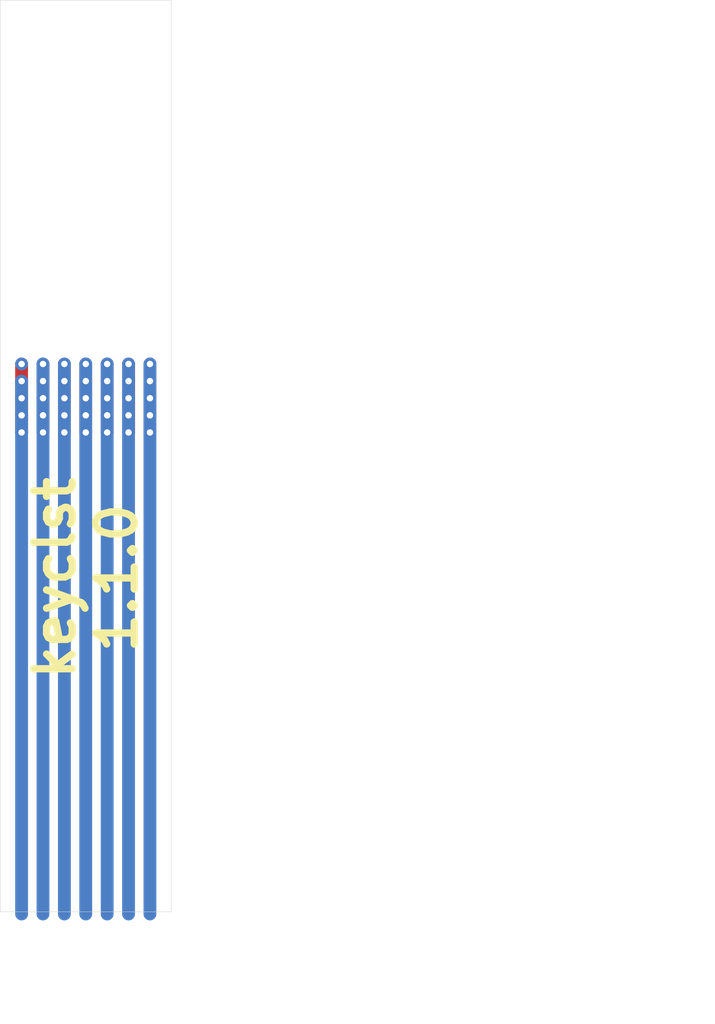
<source format=kicad_pcb>
(kicad_pcb (version 20171130) (host pcbnew 5.1.6-c6e7f7d~87~ubuntu20.04.1)

  (general
    (thickness 1.6)
    (drawings 22)
    (tracks 49)
    (zones 0)
    (modules 0)
    (nets 1)
  )

  (page A3)
  (title_block
    (title "UHK Key cluster FPC")
    (rev 1.1.0)
    (company "Ultimate Gadget Laboratories Kft.")
  )

  (layers
    (0 F.Cu signal)
    (31 B.Cu signal)
    (32 B.Adhes user)
    (33 F.Adhes user)
    (34 B.Paste user)
    (35 F.Paste user)
    (36 B.SilkS user)
    (37 F.SilkS user)
    (38 B.Mask user)
    (39 F.Mask user)
    (40 Dwgs.User user)
    (41 Cmts.User user)
    (42 Eco1.User user)
    (43 Eco2.User user)
    (44 Edge.Cuts user)
    (45 Margin user)
    (46 B.CrtYd user)
    (47 F.CrtYd user)
  )

  (setup
    (last_trace_width 0.3)
    (trace_clearance 0)
    (zone_clearance 0.508)
    (zone_45_only no)
    (trace_min 0.254)
    (via_size 0.3)
    (via_drill 0.15)
    (via_min_size 0.15)
    (via_min_drill 0.15)
    (uvia_size 0.508)
    (uvia_drill 0.127)
    (uvias_allowed no)
    (uvia_min_size 0.508)
    (uvia_min_drill 0.127)
    (edge_width 0.1)
    (segment_width 0.2)
    (pcb_text_width 0.3)
    (pcb_text_size 1.5 1.5)
    (mod_edge_width 0.15)
    (mod_text_size 1 1)
    (mod_text_width 0.15)
    (pad_size 1.5 1.89)
    (pad_drill 1.5)
    (pad_to_mask_clearance 0)
    (aux_axis_origin 0 0)
    (visible_elements FFFFE77F)
    (pcbplotparams
      (layerselection 0x011f0_ffffffff)
      (usegerberextensions false)
      (usegerberattributes false)
      (usegerberadvancedattributes false)
      (creategerberjobfile false)
      (excludeedgelayer true)
      (linewidth 0.150000)
      (plotframeref false)
      (viasonmask false)
      (mode 1)
      (useauxorigin false)
      (hpglpennumber 1)
      (hpglpenspeed 20)
      (hpglpendiameter 15.000000)
      (psnegative false)
      (psa4output false)
      (plotreference true)
      (plotvalue true)
      (plotinvisibletext false)
      (padsonsilk false)
      (subtractmaskfromsilk true)
      (outputformat 1)
      (mirror false)
      (drillshape 0)
      (scaleselection 1)
      (outputdirectory "gerbers"))
  )

  (net 0 "")

  (net_class Default "This is the default net class."
    (clearance 0)
    (trace_width 0.3)
    (via_dia 0.3)
    (via_drill 0.15)
    (uvia_dia 0.508)
    (uvia_drill 0.127)
    (diff_pair_width 0.5)
    (diff_pair_gap 0.25)
  )

  (gr_text "keyclst\n1.1.0" (at 213 122.2 90) (layer F.SilkS) (tstamp 5EEC9AAE)
    (effects (font (size 0.9 0.9) (thickness 0.17)))
  )
  (gr_text "Stiffener TOP" (at 222.63 127.51) (layer Dwgs.User) (tstamp 5EEC9A11)
    (effects (font (size 1 1) (thickness 0.15)))
  )
  (gr_text "5.00 mm" (at 222.63 119.91 90) (layer Dwgs.User) (tstamp 5EEC9A0E)
    (effects (font (size 1 1) (thickness 0.15)))
  )
  (gr_line (start 223.53 124.21) (end 223.63 124.21) (layer Dwgs.User) (width 0.15) (tstamp 5EEC99F3))
  (gr_line (start 223.43 124.11) (end 223.73 124.11) (layer Dwgs.User) (width 0.15) (tstamp 5EEC9A14))
  (gr_line (start 223.48 130.71) (end 223.68 130.71) (layer Dwgs.User) (width 0.15) (tstamp 5EEC9A17))
  (gr_line (start 223.43 130.81) (end 223.68 130.81) (layer Dwgs.User) (width 0.15) (tstamp 5EEC9A1A))
  (gr_line (start 223.78 130.91) (end 223.38 130.91) (layer Dwgs.User) (width 0.15) (tstamp 5EEC9A1D))
  (gr_line (start 223.58 130.01) (end 223.78 130.91) (layer Dwgs.User) (width 0.15) (tstamp 5EEC9A20))
  (gr_line (start 223.58 130.01) (end 223.38 130.91) (layer Dwgs.User) (width 0.15) (tstamp 5EEC9A0B))
  (gr_line (start 223.58 130.01) (end 223.58 132.56) (layer Dwgs.User) (width 0.15) (tstamp 5EEC9A08))
  (gr_line (start 223.78 123.96) (end 223.38 123.96) (layer Dwgs.User) (width 0.15) (tstamp 5EEC9A05))
  (gr_line (start 223.58 125.01) (end 223.78 123.96) (layer Dwgs.User) (width 0.15) (tstamp 5EEC9A02))
  (gr_line (start 223.58 125.01) (end 223.38 123.96) (layer Dwgs.User) (width 0.15) (tstamp 5EEC99FF))
  (gr_line (start 223.58 125.01) (end 223.58 116.31) (layer Dwgs.User) (width 0.15) (tstamp 5EEC99FC))
  (gr_line (start 215 130.01) (end 224.58 130.01) (layer Dwgs.User) (width 0.15) (tstamp 5F6DCC9C))
  (gr_line (start 215 125.01) (end 224.58 125.01) (layer Dwgs.User) (width 0.15) (tstamp 5EEC99F6))
  (gr_line (start 211 108.7) (end 211 130) (angle 90) (layer Edge.Cuts) (width 0.01))
  (gr_line (start 215 108.7) (end 215 130) (angle 90) (layer Edge.Cuts) (width 0.01) (tstamp 5F6DCC8B))
  (gr_line (start 215 130) (end 211 130) (angle 90) (layer Edge.Cuts) (width 0.01))
  (gr_line (start 211 125.00384) (end 215 125.00384) (angle 90) (layer Cmts.User) (width 0.01))
  (gr_line (start 215 108.7) (end 211 108.7) (angle 90) (layer Edge.Cuts) (width 0.01))

  (via (at 211.5 117.2) (size 0.3) (drill 0.15) (layers F.Cu B.Cu) (net 0) (tstamp 5EC6BFCD))
  (via (at 212 117.2) (size 0.3) (drill 0.15) (layers F.Cu B.Cu) (net 0) (tstamp 5EC6BFD6))
  (via (at 212.5 117.2) (size 0.3) (drill 0.15) (layers F.Cu B.Cu) (net 0) (tstamp 5EC6BFDC))
  (via (at 213 117.2) (size 0.3) (drill 0.15) (layers F.Cu B.Cu) (net 0) (tstamp 5EC6BFDE))
  (via (at 213.5 117.2) (size 0.3) (drill 0.15) (layers F.Cu B.Cu) (net 0) (tstamp 5EC6BFE0))
  (via (at 214 117.2) (size 0.3) (drill 0.15) (layers F.Cu B.Cu) (net 0) (tstamp 5EC6BFE2))
  (via (at 214.5 117.2) (size 0.3) (drill 0.15) (layers F.Cu B.Cu) (net 0) (tstamp 5EC6BFE4))
  (via (at 214.5 117.6) (size 0.3) (drill 0.15) (layers F.Cu B.Cu) (net 0) (tstamp 5EC6BFE6))
  (via (at 214 117.6) (size 0.3) (drill 0.15) (layers F.Cu B.Cu) (net 0) (tstamp 5EC6BFE8))
  (via (at 213.5 117.6) (size 0.3) (drill 0.15) (layers F.Cu B.Cu) (net 0) (tstamp 5EC6BFEA))
  (via (at 213 117.6) (size 0.3) (drill 0.15) (layers F.Cu B.Cu) (net 0) (tstamp 5EC6BFEC))
  (via (at 212.5 117.6) (size 0.3) (drill 0.15) (layers F.Cu B.Cu) (net 0) (tstamp 5EC6BFEE))
  (via (at 212 117.6) (size 0.3) (drill 0.15) (layers F.Cu B.Cu) (net 0) (tstamp 5EC6BFF0))
  (via (at 211.5 117.6) (size 0.3) (drill 0.15) (layers F.Cu B.Cu) (net 0) (tstamp 5EC6BFF2))
  (via (at 211.5 118) (size 0.3) (drill 0.15) (layers F.Cu B.Cu) (net 0) (tstamp 5EC6BFF4))
  (via (at 212 118) (size 0.3) (drill 0.15) (layers F.Cu B.Cu) (net 0) (tstamp 5EC6BFF6))
  (via (at 212.5 118) (size 0.3) (drill 0.15) (layers F.Cu B.Cu) (net 0) (tstamp 5EC6BFF8))
  (via (at 213 118) (size 0.3) (drill 0.15) (layers F.Cu B.Cu) (net 0) (tstamp 5EC6BFFA))
  (via (at 213.5 118) (size 0.3) (drill 0.15) (layers F.Cu B.Cu) (net 0) (tstamp 5EC6BFFC))
  (via (at 214 118) (size 0.3) (drill 0.15) (layers F.Cu B.Cu) (net 0) (tstamp 5EC6BFFE))
  (via (at 214.5 118) (size 0.3) (drill 0.15) (layers F.Cu B.Cu) (net 0) (tstamp 5EC6C000))
  (via (at 214.5 118.4) (size 0.3) (drill 0.15) (layers F.Cu B.Cu) (net 0) (tstamp 5EC6C002))
  (via (at 214 118.4) (size 0.3) (drill 0.15) (layers F.Cu B.Cu) (net 0) (tstamp 5EC6C004))
  (via (at 213.5 118.4) (size 0.3) (drill 0.15) (layers F.Cu B.Cu) (net 0) (tstamp 5EC6C006))
  (via (at 213 118.4) (size 0.3) (drill 0.15) (layers F.Cu B.Cu) (net 0) (tstamp 5EC6C008))
  (via (at 212.5 118.4) (size 0.3) (drill 0.15) (layers F.Cu B.Cu) (net 0) (tstamp 5EC6C00A))
  (via (at 212 118.4) (size 0.3) (drill 0.15) (layers F.Cu B.Cu) (net 0) (tstamp 5EC6C00C))
  (via (at 211.5 118.4) (size 0.3) (drill 0.15) (layers F.Cu B.Cu) (net 0) (tstamp 5EC6C00E))
  (via (at 211.5 118.8) (size 0.3) (drill 0.15) (layers F.Cu B.Cu) (net 0) (tstamp 5EC6C010))
  (via (at 212 118.8) (size 0.3) (drill 0.15) (layers F.Cu B.Cu) (net 0) (tstamp 5EC6C012))
  (via (at 212.5 118.8) (size 0.3) (drill 0.15) (layers F.Cu B.Cu) (net 0) (tstamp 5EC6C014))
  (via (at 213 118.8) (size 0.3) (drill 0.15) (layers F.Cu B.Cu) (net 0) (tstamp 5EC6C016))
  (via (at 213.5 118.8) (size 0.3) (drill 0.15) (layers F.Cu B.Cu) (net 0) (tstamp 5EC6C018))
  (via (at 214 118.8) (size 0.3) (drill 0.15) (layers F.Cu B.Cu) (net 0) (tstamp 5EC6C01A))
  (via (at 214.5 118.8) (size 0.3) (drill 0.15) (layers F.Cu B.Cu) (net 0) (tstamp 5EC6C01C))
  (segment (start 211.5 117.2) (end 211.5 118.8) (width 0.3) (layer F.Cu) (net 0))
  (segment (start 212 117.2) (end 212 118.8) (width 0.3) (layer F.Cu) (net 0))
  (segment (start 212.5 117.2) (end 212.5 118.8) (width 0.3) (layer F.Cu) (net 0))
  (segment (start 213 117.2) (end 213 118.8) (width 0.3) (layer F.Cu) (net 0))
  (segment (start 213.5 117.2) (end 213.5 118.8) (width 0.3) (layer F.Cu) (net 0))
  (segment (start 214 117.2) (end 214 118.8) (width 0.3) (layer F.Cu) (net 0))
  (segment (start 214.5 117.2) (end 214.5 118.8) (width 0.3) (layer F.Cu) (net 0))
  (segment (start 211.5 117.6) (end 211.5 130.052204) (width 0.3) (layer B.Cu) (net 0))
  (segment (start 212 117.2) (end 212 130.052204) (width 0.3) (layer B.Cu) (net 0))
  (segment (start 212.5 117.2) (end 212.5 130.052204) (width 0.3) (layer B.Cu) (net 0))
  (segment (start 213 117.2) (end 213 130.052204) (width 0.3) (layer B.Cu) (net 0))
  (segment (start 213.5 117.2) (end 213.5 130.052204) (width 0.3) (layer B.Cu) (net 0))
  (segment (start 214 117.2) (end 214 130.052204) (width 0.3) (layer B.Cu) (net 0))
  (segment (start 214.5 117.2) (end 214.5 130.052204) (width 0.3) (layer B.Cu) (net 0))

)

</source>
